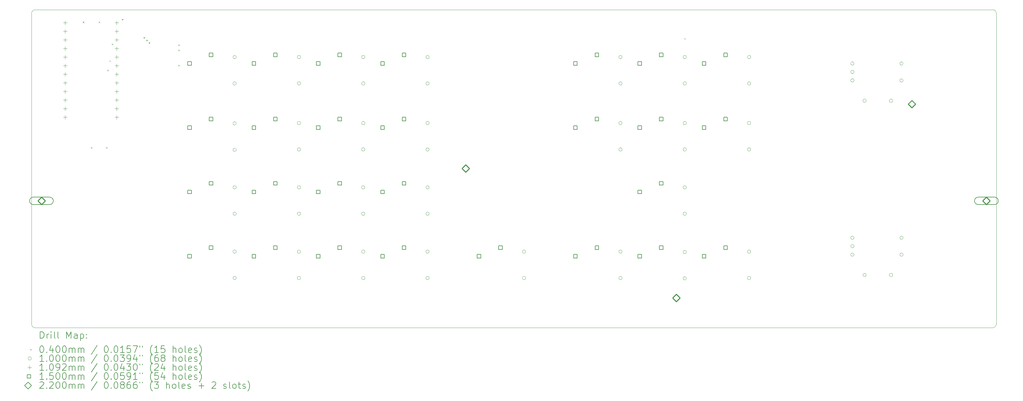
<source format=gbr>
%TF.GenerationSoftware,KiCad,Pcbnew,(6.0.7-1)-1*%
%TF.CreationDate,2022-10-11T23:10:29+02:00*%
%TF.ProjectId,yts-pcb,7974732d-7063-4622-9e6b-696361645f70,rev?*%
%TF.SameCoordinates,Original*%
%TF.FileFunction,Drillmap*%
%TF.FilePolarity,Positive*%
%FSLAX45Y45*%
G04 Gerber Fmt 4.5, Leading zero omitted, Abs format (unit mm)*
G04 Created by KiCad (PCBNEW (6.0.7-1)-1) date 2022-10-11 23:10:29*
%MOMM*%
%LPD*%
G01*
G04 APERTURE LIST*
%ADD10C,0.100000*%
%ADD11C,0.200000*%
%ADD12C,0.040000*%
%ADD13C,0.109220*%
%ADD14C,0.150000*%
%ADD15C,0.220000*%
G04 APERTURE END LIST*
D10*
X34700000Y-8930000D02*
G75*
G03*
X34600000Y-8830000I-100000J0D01*
G01*
X6305000Y-8830003D02*
G75*
G03*
X6200000Y-8934246I-750J-104247D01*
G01*
X34700000Y-8930000D02*
X34699796Y-18130204D01*
X6300000Y-18230000D02*
X34600000Y-18230000D01*
X6200000Y-18130000D02*
G75*
G03*
X6300000Y-18230000I100000J0D01*
G01*
X6305000Y-8830000D02*
X34600000Y-8830000D01*
X6200000Y-8934246D02*
X6200000Y-18130000D01*
X34600000Y-18229996D02*
G75*
G03*
X34699796Y-18130204I0J99796D01*
G01*
D11*
D12*
X7710000Y-9180000D02*
X7750000Y-9220000D01*
X7750000Y-9180000D02*
X7710000Y-9220000D01*
X7950000Y-12890000D02*
X7990000Y-12930000D01*
X7990000Y-12890000D02*
X7950000Y-12930000D01*
X8180000Y-9180000D02*
X8220000Y-9220000D01*
X8220000Y-9180000D02*
X8180000Y-9220000D01*
X8400000Y-12890000D02*
X8440000Y-12930000D01*
X8440000Y-12890000D02*
X8400000Y-12930000D01*
X8430000Y-10600000D02*
X8470000Y-10640000D01*
X8470000Y-10600000D02*
X8430000Y-10640000D01*
X8497477Y-10326152D02*
X8537477Y-10366152D01*
X8537477Y-10326152D02*
X8497477Y-10366152D01*
X8570000Y-9830000D02*
X8610000Y-9870000D01*
X8610000Y-9830000D02*
X8570000Y-9870000D01*
X8864073Y-9098890D02*
X8904073Y-9138890D01*
X8904073Y-9098890D02*
X8864073Y-9138890D01*
X9503822Y-9636178D02*
X9543822Y-9676178D01*
X9543822Y-9636178D02*
X9503822Y-9676178D01*
X9585143Y-9717500D02*
X9625143Y-9757500D01*
X9625143Y-9717500D02*
X9585143Y-9757500D01*
X9655819Y-9788176D02*
X9695819Y-9828176D01*
X9695819Y-9788176D02*
X9655819Y-9828176D01*
X10530000Y-9854950D02*
X10570000Y-9894950D01*
X10570000Y-9854950D02*
X10530000Y-9894950D01*
X10530000Y-10010000D02*
X10570000Y-10050000D01*
X10570000Y-10010000D02*
X10530000Y-10050000D01*
X10530000Y-10460000D02*
X10570000Y-10500000D01*
X10570000Y-10460000D02*
X10530000Y-10500000D01*
X25480000Y-9665050D02*
X25520000Y-9705050D01*
X25520000Y-9665050D02*
X25480000Y-9705050D01*
D10*
X12247796Y-10230000D02*
G75*
G03*
X12247796Y-10230000I-50000J0D01*
G01*
X12247796Y-11010000D02*
G75*
G03*
X12247796Y-11010000I-50000J0D01*
G01*
X12247796Y-12190000D02*
G75*
G03*
X12247796Y-12190000I-50000J0D01*
G01*
X12247796Y-12970000D02*
G75*
G03*
X12247796Y-12970000I-50000J0D01*
G01*
X12247796Y-14080000D02*
G75*
G03*
X12247796Y-14080000I-50000J0D01*
G01*
X12247796Y-14860000D02*
G75*
G03*
X12247796Y-14860000I-50000J0D01*
G01*
X12247796Y-15980000D02*
G75*
G03*
X12247796Y-15980000I-50000J0D01*
G01*
X12247796Y-16760000D02*
G75*
G03*
X12247796Y-16760000I-50000J0D01*
G01*
X14147796Y-12180000D02*
G75*
G03*
X14147796Y-12180000I-50000J0D01*
G01*
X14147796Y-12960000D02*
G75*
G03*
X14147796Y-12960000I-50000J0D01*
G01*
X14147796Y-14080000D02*
G75*
G03*
X14147796Y-14080000I-50000J0D01*
G01*
X14147796Y-14860000D02*
G75*
G03*
X14147796Y-14860000I-50000J0D01*
G01*
X14147796Y-15980000D02*
G75*
G03*
X14147796Y-15980000I-50000J0D01*
G01*
X14147796Y-16760000D02*
G75*
G03*
X14147796Y-16760000I-50000J0D01*
G01*
X14150000Y-10230000D02*
G75*
G03*
X14150000Y-10230000I-50000J0D01*
G01*
X14150000Y-11010000D02*
G75*
G03*
X14150000Y-11010000I-50000J0D01*
G01*
X16047796Y-10230000D02*
G75*
G03*
X16047796Y-10230000I-50000J0D01*
G01*
X16047796Y-11010000D02*
G75*
G03*
X16047796Y-11010000I-50000J0D01*
G01*
X16047796Y-12180000D02*
G75*
G03*
X16047796Y-12180000I-50000J0D01*
G01*
X16047796Y-12960000D02*
G75*
G03*
X16047796Y-12960000I-50000J0D01*
G01*
X16047796Y-14080000D02*
G75*
G03*
X16047796Y-14080000I-50000J0D01*
G01*
X16047796Y-14860000D02*
G75*
G03*
X16047796Y-14860000I-50000J0D01*
G01*
X16047796Y-15980000D02*
G75*
G03*
X16047796Y-15980000I-50000J0D01*
G01*
X16047796Y-16760000D02*
G75*
G03*
X16047796Y-16760000I-50000J0D01*
G01*
X17947796Y-10230000D02*
G75*
G03*
X17947796Y-10230000I-50000J0D01*
G01*
X17947796Y-11010000D02*
G75*
G03*
X17947796Y-11010000I-50000J0D01*
G01*
X17947796Y-12180000D02*
G75*
G03*
X17947796Y-12180000I-50000J0D01*
G01*
X17947796Y-12960000D02*
G75*
G03*
X17947796Y-12960000I-50000J0D01*
G01*
X17947796Y-14080000D02*
G75*
G03*
X17947796Y-14080000I-50000J0D01*
G01*
X17947796Y-14860000D02*
G75*
G03*
X17947796Y-14860000I-50000J0D01*
G01*
X17947796Y-15980000D02*
G75*
G03*
X17947796Y-15980000I-50000J0D01*
G01*
X17947796Y-16760000D02*
G75*
G03*
X17947796Y-16760000I-50000J0D01*
G01*
X20797796Y-15980000D02*
G75*
G03*
X20797796Y-15980000I-50000J0D01*
G01*
X20797796Y-16760000D02*
G75*
G03*
X20797796Y-16760000I-50000J0D01*
G01*
X23647796Y-10230000D02*
G75*
G03*
X23647796Y-10230000I-50000J0D01*
G01*
X23647796Y-11010000D02*
G75*
G03*
X23647796Y-11010000I-50000J0D01*
G01*
X23647796Y-12180000D02*
G75*
G03*
X23647796Y-12180000I-50000J0D01*
G01*
X23647796Y-12960000D02*
G75*
G03*
X23647796Y-12960000I-50000J0D01*
G01*
X23647796Y-15980000D02*
G75*
G03*
X23647796Y-15980000I-50000J0D01*
G01*
X23647796Y-16760000D02*
G75*
G03*
X23647796Y-16760000I-50000J0D01*
G01*
X25547796Y-10230000D02*
G75*
G03*
X25547796Y-10230000I-50000J0D01*
G01*
X25547796Y-11010000D02*
G75*
G03*
X25547796Y-11010000I-50000J0D01*
G01*
X25547796Y-12180000D02*
G75*
G03*
X25547796Y-12180000I-50000J0D01*
G01*
X25547796Y-12960000D02*
G75*
G03*
X25547796Y-12960000I-50000J0D01*
G01*
X25547796Y-14080000D02*
G75*
G03*
X25547796Y-14080000I-50000J0D01*
G01*
X25547796Y-14860000D02*
G75*
G03*
X25547796Y-14860000I-50000J0D01*
G01*
X25547796Y-15990000D02*
G75*
G03*
X25547796Y-15990000I-50000J0D01*
G01*
X25547796Y-16770000D02*
G75*
G03*
X25547796Y-16770000I-50000J0D01*
G01*
X27447796Y-12180000D02*
G75*
G03*
X27447796Y-12180000I-50000J0D01*
G01*
X27447796Y-12960000D02*
G75*
G03*
X27447796Y-12960000I-50000J0D01*
G01*
X27447796Y-15980000D02*
G75*
G03*
X27447796Y-15980000I-50000J0D01*
G01*
X27447796Y-16760000D02*
G75*
G03*
X27447796Y-16760000I-50000J0D01*
G01*
X27450000Y-10230000D02*
G75*
G03*
X27450000Y-10230000I-50000J0D01*
G01*
X27450000Y-11010000D02*
G75*
G03*
X27450000Y-11010000I-50000J0D01*
G01*
X30500000Y-10420000D02*
G75*
G03*
X30500000Y-10420000I-50000J0D01*
G01*
X30500000Y-10670000D02*
G75*
G03*
X30500000Y-10670000I-50000J0D01*
G01*
X30500000Y-10920000D02*
G75*
G03*
X30500000Y-10920000I-50000J0D01*
G01*
X30500000Y-15570000D02*
G75*
G03*
X30500000Y-15570000I-50000J0D01*
G01*
X30500000Y-15820000D02*
G75*
G03*
X30500000Y-15820000I-50000J0D01*
G01*
X30500000Y-16070000D02*
G75*
G03*
X30500000Y-16070000I-50000J0D01*
G01*
X30860000Y-11520000D02*
G75*
G03*
X30860000Y-11520000I-50000J0D01*
G01*
X30860000Y-16670000D02*
G75*
G03*
X30860000Y-16670000I-50000J0D01*
G01*
X31640000Y-11520000D02*
G75*
G03*
X31640000Y-11520000I-50000J0D01*
G01*
X31640000Y-16670000D02*
G75*
G03*
X31640000Y-16670000I-50000J0D01*
G01*
X31950000Y-10420000D02*
G75*
G03*
X31950000Y-10420000I-50000J0D01*
G01*
X31950000Y-10920000D02*
G75*
G03*
X31950000Y-10920000I-50000J0D01*
G01*
X31950000Y-15570000D02*
G75*
G03*
X31950000Y-15570000I-50000J0D01*
G01*
X31950000Y-16070000D02*
G75*
G03*
X31950000Y-16070000I-50000J0D01*
G01*
D13*
X7188000Y-9158390D02*
X7188000Y-9267610D01*
X7133390Y-9213000D02*
X7242610Y-9213000D01*
X7188000Y-9412390D02*
X7188000Y-9521610D01*
X7133390Y-9467000D02*
X7242610Y-9467000D01*
X7188000Y-9666390D02*
X7188000Y-9775610D01*
X7133390Y-9721000D02*
X7242610Y-9721000D01*
X7188000Y-9920390D02*
X7188000Y-10029610D01*
X7133390Y-9975000D02*
X7242610Y-9975000D01*
X7188000Y-10174390D02*
X7188000Y-10283610D01*
X7133390Y-10229000D02*
X7242610Y-10229000D01*
X7188000Y-10428390D02*
X7188000Y-10537610D01*
X7133390Y-10483000D02*
X7242610Y-10483000D01*
X7188000Y-10682390D02*
X7188000Y-10791610D01*
X7133390Y-10737000D02*
X7242610Y-10737000D01*
X7188000Y-10936390D02*
X7188000Y-11045610D01*
X7133390Y-10991000D02*
X7242610Y-10991000D01*
X7188000Y-11190390D02*
X7188000Y-11299610D01*
X7133390Y-11245000D02*
X7242610Y-11245000D01*
X7188000Y-11444390D02*
X7188000Y-11553610D01*
X7133390Y-11499000D02*
X7242610Y-11499000D01*
X7188000Y-11698390D02*
X7188000Y-11807610D01*
X7133390Y-11753000D02*
X7242610Y-11753000D01*
X7188000Y-11952390D02*
X7188000Y-12061610D01*
X7133390Y-12007000D02*
X7242610Y-12007000D01*
X8712000Y-9158390D02*
X8712000Y-9267610D01*
X8657390Y-9213000D02*
X8766610Y-9213000D01*
X8712000Y-9412390D02*
X8712000Y-9521610D01*
X8657390Y-9467000D02*
X8766610Y-9467000D01*
X8712000Y-9666390D02*
X8712000Y-9775610D01*
X8657390Y-9721000D02*
X8766610Y-9721000D01*
X8712000Y-9920390D02*
X8712000Y-10029610D01*
X8657390Y-9975000D02*
X8766610Y-9975000D01*
X8712000Y-10174390D02*
X8712000Y-10283610D01*
X8657390Y-10229000D02*
X8766610Y-10229000D01*
X8712000Y-10428390D02*
X8712000Y-10537610D01*
X8657390Y-10483000D02*
X8766610Y-10483000D01*
X8712000Y-10682390D02*
X8712000Y-10791610D01*
X8657390Y-10737000D02*
X8766610Y-10737000D01*
X8712000Y-10936390D02*
X8712000Y-11045610D01*
X8657390Y-10991000D02*
X8766610Y-10991000D01*
X8712000Y-11190390D02*
X8712000Y-11299610D01*
X8657390Y-11245000D02*
X8766610Y-11245000D01*
X8712000Y-11444390D02*
X8712000Y-11553610D01*
X8657390Y-11499000D02*
X8766610Y-11499000D01*
X8712000Y-11698390D02*
X8712000Y-11807610D01*
X8657390Y-11753000D02*
X8766610Y-11753000D01*
X8712000Y-11952390D02*
X8712000Y-12061610D01*
X8657390Y-12007000D02*
X8766610Y-12007000D01*
D14*
X10919829Y-10469034D02*
X10919829Y-10362967D01*
X10813762Y-10362967D01*
X10813762Y-10469034D01*
X10919829Y-10469034D01*
X10919829Y-12369033D02*
X10919829Y-12262966D01*
X10813762Y-12262966D01*
X10813762Y-12369033D01*
X10919829Y-12369033D01*
X10919829Y-14269033D02*
X10919829Y-14162966D01*
X10813762Y-14162966D01*
X10813762Y-14269033D01*
X10919829Y-14269033D01*
X10919829Y-16169033D02*
X10919829Y-16062966D01*
X10813762Y-16062966D01*
X10813762Y-16169033D01*
X10919829Y-16169033D01*
X11554829Y-10215034D02*
X11554829Y-10108967D01*
X11448762Y-10108967D01*
X11448762Y-10215034D01*
X11554829Y-10215034D01*
X11554829Y-12115033D02*
X11554829Y-12008966D01*
X11448762Y-12008966D01*
X11448762Y-12115033D01*
X11554829Y-12115033D01*
X11554829Y-14015033D02*
X11554829Y-13908966D01*
X11448762Y-13908966D01*
X11448762Y-14015033D01*
X11554829Y-14015033D01*
X11554829Y-15915033D02*
X11554829Y-15808966D01*
X11448762Y-15808966D01*
X11448762Y-15915033D01*
X11554829Y-15915033D01*
X12819829Y-10469034D02*
X12819829Y-10362967D01*
X12713762Y-10362967D01*
X12713762Y-10469034D01*
X12819829Y-10469034D01*
X12819829Y-12369033D02*
X12819829Y-12262966D01*
X12713762Y-12262966D01*
X12713762Y-12369033D01*
X12819829Y-12369033D01*
X12819829Y-14269033D02*
X12819829Y-14162966D01*
X12713762Y-14162966D01*
X12713762Y-14269033D01*
X12819829Y-14269033D01*
X12819829Y-16169033D02*
X12819829Y-16062966D01*
X12713762Y-16062966D01*
X12713762Y-16169033D01*
X12819829Y-16169033D01*
X13454829Y-10215034D02*
X13454829Y-10108967D01*
X13348762Y-10108967D01*
X13348762Y-10215034D01*
X13454829Y-10215034D01*
X13454829Y-12115033D02*
X13454829Y-12008966D01*
X13348762Y-12008966D01*
X13348762Y-12115033D01*
X13454829Y-12115033D01*
X13454829Y-14015033D02*
X13454829Y-13908966D01*
X13348762Y-13908966D01*
X13348762Y-14015033D01*
X13454829Y-14015033D01*
X13454829Y-15915033D02*
X13454829Y-15808966D01*
X13348762Y-15808966D01*
X13348762Y-15915033D01*
X13454829Y-15915033D01*
X14719829Y-10469034D02*
X14719829Y-10362967D01*
X14613762Y-10362967D01*
X14613762Y-10469034D01*
X14719829Y-10469034D01*
X14719829Y-12369033D02*
X14719829Y-12262966D01*
X14613762Y-12262966D01*
X14613762Y-12369033D01*
X14719829Y-12369033D01*
X14719829Y-14269033D02*
X14719829Y-14162966D01*
X14613762Y-14162966D01*
X14613762Y-14269033D01*
X14719829Y-14269033D01*
X14719829Y-16169033D02*
X14719829Y-16062966D01*
X14613762Y-16062966D01*
X14613762Y-16169033D01*
X14719829Y-16169033D01*
X15354829Y-10215034D02*
X15354829Y-10108967D01*
X15248762Y-10108967D01*
X15248762Y-10215034D01*
X15354829Y-10215034D01*
X15354829Y-12115033D02*
X15354829Y-12008966D01*
X15248762Y-12008966D01*
X15248762Y-12115033D01*
X15354829Y-12115033D01*
X15354829Y-14015033D02*
X15354829Y-13908966D01*
X15248762Y-13908966D01*
X15248762Y-14015033D01*
X15354829Y-14015033D01*
X15354829Y-15915033D02*
X15354829Y-15808966D01*
X15248762Y-15808966D01*
X15248762Y-15915033D01*
X15354829Y-15915033D01*
X16619829Y-10469034D02*
X16619829Y-10362967D01*
X16513762Y-10362967D01*
X16513762Y-10469034D01*
X16619829Y-10469034D01*
X16619829Y-12369033D02*
X16619829Y-12262966D01*
X16513762Y-12262966D01*
X16513762Y-12369033D01*
X16619829Y-12369033D01*
X16619829Y-14269033D02*
X16619829Y-14162966D01*
X16513762Y-14162966D01*
X16513762Y-14269033D01*
X16619829Y-14269033D01*
X16619829Y-16169033D02*
X16619829Y-16062966D01*
X16513762Y-16062966D01*
X16513762Y-16169033D01*
X16619829Y-16169033D01*
X17254829Y-10215034D02*
X17254829Y-10108967D01*
X17148762Y-10108967D01*
X17148762Y-10215034D01*
X17254829Y-10215034D01*
X17254829Y-12115033D02*
X17254829Y-12008966D01*
X17148762Y-12008966D01*
X17148762Y-12115033D01*
X17254829Y-12115033D01*
X17254829Y-14015033D02*
X17254829Y-13908966D01*
X17148762Y-13908966D01*
X17148762Y-14015033D01*
X17254829Y-14015033D01*
X17254829Y-15915033D02*
X17254829Y-15808966D01*
X17148762Y-15808966D01*
X17148762Y-15915033D01*
X17254829Y-15915033D01*
X19469829Y-16169033D02*
X19469829Y-16062966D01*
X19363762Y-16062966D01*
X19363762Y-16169033D01*
X19469829Y-16169033D01*
X20104829Y-15915033D02*
X20104829Y-15808966D01*
X19998762Y-15808966D01*
X19998762Y-15915033D01*
X20104829Y-15915033D01*
X22319829Y-10469034D02*
X22319829Y-10362967D01*
X22213762Y-10362967D01*
X22213762Y-10469034D01*
X22319829Y-10469034D01*
X22319829Y-12369033D02*
X22319829Y-12262966D01*
X22213762Y-12262966D01*
X22213762Y-12369033D01*
X22319829Y-12369033D01*
X22319829Y-16169033D02*
X22319829Y-16062966D01*
X22213762Y-16062966D01*
X22213762Y-16169033D01*
X22319829Y-16169033D01*
X22954829Y-10215034D02*
X22954829Y-10108967D01*
X22848762Y-10108967D01*
X22848762Y-10215034D01*
X22954829Y-10215034D01*
X22954829Y-12115033D02*
X22954829Y-12008966D01*
X22848762Y-12008966D01*
X22848762Y-12115033D01*
X22954829Y-12115033D01*
X22954829Y-15915033D02*
X22954829Y-15808966D01*
X22848762Y-15808966D01*
X22848762Y-15915033D01*
X22954829Y-15915033D01*
X24219829Y-10469034D02*
X24219829Y-10362967D01*
X24113762Y-10362967D01*
X24113762Y-10469034D01*
X24219829Y-10469034D01*
X24219829Y-12369033D02*
X24219829Y-12262966D01*
X24113762Y-12262966D01*
X24113762Y-12369033D01*
X24219829Y-12369033D01*
X24219829Y-14269033D02*
X24219829Y-14162966D01*
X24113762Y-14162966D01*
X24113762Y-14269033D01*
X24219829Y-14269033D01*
X24219829Y-16169033D02*
X24219829Y-16062966D01*
X24113762Y-16062966D01*
X24113762Y-16169033D01*
X24219829Y-16169033D01*
X24854829Y-10215034D02*
X24854829Y-10108967D01*
X24748762Y-10108967D01*
X24748762Y-10215034D01*
X24854829Y-10215034D01*
X24854829Y-12115033D02*
X24854829Y-12008966D01*
X24748762Y-12008966D01*
X24748762Y-12115033D01*
X24854829Y-12115033D01*
X24854829Y-14015033D02*
X24854829Y-13908966D01*
X24748762Y-13908966D01*
X24748762Y-14015033D01*
X24854829Y-14015033D01*
X24854829Y-15915033D02*
X24854829Y-15808966D01*
X24748762Y-15808966D01*
X24748762Y-15915033D01*
X24854829Y-15915033D01*
X26119829Y-10469034D02*
X26119829Y-10362967D01*
X26013762Y-10362967D01*
X26013762Y-10469034D01*
X26119829Y-10469034D01*
X26119829Y-12369033D02*
X26119829Y-12262966D01*
X26013762Y-12262966D01*
X26013762Y-12369033D01*
X26119829Y-12369033D01*
X26119829Y-16169033D02*
X26119829Y-16062966D01*
X26013762Y-16062966D01*
X26013762Y-16169033D01*
X26119829Y-16169033D01*
X26754829Y-10215034D02*
X26754829Y-10108967D01*
X26648762Y-10108967D01*
X26648762Y-10215034D01*
X26754829Y-10215034D01*
X26754829Y-12115033D02*
X26754829Y-12008966D01*
X26648762Y-12008966D01*
X26648762Y-12115033D01*
X26754829Y-12115033D01*
X26754829Y-15915033D02*
X26754829Y-15808966D01*
X26648762Y-15808966D01*
X26648762Y-15915033D01*
X26754829Y-15915033D01*
D15*
X6490000Y-14590000D02*
X6600000Y-14480000D01*
X6490000Y-14370000D01*
X6380000Y-14480000D01*
X6490000Y-14590000D01*
D11*
X6250000Y-14590000D02*
X6730000Y-14590000D01*
X6250000Y-14370000D02*
X6730000Y-14370000D01*
X6730000Y-14590000D02*
G75*
G03*
X6730000Y-14370000I0J110000D01*
G01*
X6250000Y-14370000D02*
G75*
G03*
X6250000Y-14590000I0J-110000D01*
G01*
D15*
X19020000Y-13630000D02*
X19130000Y-13520000D01*
X19020000Y-13410000D01*
X18910000Y-13520000D01*
X19020000Y-13630000D01*
X25250000Y-17460000D02*
X25360000Y-17350000D01*
X25250000Y-17240000D01*
X25140000Y-17350000D01*
X25250000Y-17460000D01*
X32204796Y-11730204D02*
X32314796Y-11620204D01*
X32204796Y-11510204D01*
X32094796Y-11620204D01*
X32204796Y-11730204D01*
X34410000Y-14590204D02*
X34520000Y-14480204D01*
X34410000Y-14370204D01*
X34300000Y-14480204D01*
X34410000Y-14590204D01*
D11*
X34170000Y-14590204D02*
X34650000Y-14590204D01*
X34170000Y-14370204D02*
X34650000Y-14370204D01*
X34650000Y-14590204D02*
G75*
G03*
X34650000Y-14370204I0J110000D01*
G01*
X34170000Y-14370204D02*
G75*
G03*
X34170000Y-14590204I0J-110000D01*
G01*
X6452619Y-18545476D02*
X6452619Y-18345476D01*
X6500238Y-18345476D01*
X6528809Y-18355000D01*
X6547857Y-18374048D01*
X6557381Y-18393095D01*
X6566905Y-18431190D01*
X6566905Y-18459762D01*
X6557381Y-18497857D01*
X6547857Y-18516905D01*
X6528809Y-18535952D01*
X6500238Y-18545476D01*
X6452619Y-18545476D01*
X6652619Y-18545476D02*
X6652619Y-18412143D01*
X6652619Y-18450238D02*
X6662143Y-18431190D01*
X6671667Y-18421667D01*
X6690714Y-18412143D01*
X6709762Y-18412143D01*
X6776428Y-18545476D02*
X6776428Y-18412143D01*
X6776428Y-18345476D02*
X6766905Y-18355000D01*
X6776428Y-18364524D01*
X6785952Y-18355000D01*
X6776428Y-18345476D01*
X6776428Y-18364524D01*
X6900238Y-18545476D02*
X6881190Y-18535952D01*
X6871667Y-18516905D01*
X6871667Y-18345476D01*
X7005000Y-18545476D02*
X6985952Y-18535952D01*
X6976428Y-18516905D01*
X6976428Y-18345476D01*
X7233571Y-18545476D02*
X7233571Y-18345476D01*
X7300238Y-18488333D01*
X7366905Y-18345476D01*
X7366905Y-18545476D01*
X7547857Y-18545476D02*
X7547857Y-18440714D01*
X7538333Y-18421667D01*
X7519286Y-18412143D01*
X7481190Y-18412143D01*
X7462143Y-18421667D01*
X7547857Y-18535952D02*
X7528809Y-18545476D01*
X7481190Y-18545476D01*
X7462143Y-18535952D01*
X7452619Y-18516905D01*
X7452619Y-18497857D01*
X7462143Y-18478810D01*
X7481190Y-18469286D01*
X7528809Y-18469286D01*
X7547857Y-18459762D01*
X7643095Y-18412143D02*
X7643095Y-18612143D01*
X7643095Y-18421667D02*
X7662143Y-18412143D01*
X7700238Y-18412143D01*
X7719286Y-18421667D01*
X7728809Y-18431190D01*
X7738333Y-18450238D01*
X7738333Y-18507381D01*
X7728809Y-18526429D01*
X7719286Y-18535952D01*
X7700238Y-18545476D01*
X7662143Y-18545476D01*
X7643095Y-18535952D01*
X7824048Y-18526429D02*
X7833571Y-18535952D01*
X7824048Y-18545476D01*
X7814524Y-18535952D01*
X7824048Y-18526429D01*
X7824048Y-18545476D01*
X7824048Y-18421667D02*
X7833571Y-18431190D01*
X7824048Y-18440714D01*
X7814524Y-18431190D01*
X7824048Y-18421667D01*
X7824048Y-18440714D01*
D12*
X6155000Y-18855000D02*
X6195000Y-18895000D01*
X6195000Y-18855000D02*
X6155000Y-18895000D01*
D11*
X6490714Y-18765476D02*
X6509762Y-18765476D01*
X6528809Y-18775000D01*
X6538333Y-18784524D01*
X6547857Y-18803571D01*
X6557381Y-18841667D01*
X6557381Y-18889286D01*
X6547857Y-18927381D01*
X6538333Y-18946429D01*
X6528809Y-18955952D01*
X6509762Y-18965476D01*
X6490714Y-18965476D01*
X6471667Y-18955952D01*
X6462143Y-18946429D01*
X6452619Y-18927381D01*
X6443095Y-18889286D01*
X6443095Y-18841667D01*
X6452619Y-18803571D01*
X6462143Y-18784524D01*
X6471667Y-18775000D01*
X6490714Y-18765476D01*
X6643095Y-18946429D02*
X6652619Y-18955952D01*
X6643095Y-18965476D01*
X6633571Y-18955952D01*
X6643095Y-18946429D01*
X6643095Y-18965476D01*
X6824048Y-18832143D02*
X6824048Y-18965476D01*
X6776428Y-18755952D02*
X6728809Y-18898810D01*
X6852619Y-18898810D01*
X6966905Y-18765476D02*
X6985952Y-18765476D01*
X7005000Y-18775000D01*
X7014524Y-18784524D01*
X7024048Y-18803571D01*
X7033571Y-18841667D01*
X7033571Y-18889286D01*
X7024048Y-18927381D01*
X7014524Y-18946429D01*
X7005000Y-18955952D01*
X6985952Y-18965476D01*
X6966905Y-18965476D01*
X6947857Y-18955952D01*
X6938333Y-18946429D01*
X6928809Y-18927381D01*
X6919286Y-18889286D01*
X6919286Y-18841667D01*
X6928809Y-18803571D01*
X6938333Y-18784524D01*
X6947857Y-18775000D01*
X6966905Y-18765476D01*
X7157381Y-18765476D02*
X7176428Y-18765476D01*
X7195476Y-18775000D01*
X7205000Y-18784524D01*
X7214524Y-18803571D01*
X7224048Y-18841667D01*
X7224048Y-18889286D01*
X7214524Y-18927381D01*
X7205000Y-18946429D01*
X7195476Y-18955952D01*
X7176428Y-18965476D01*
X7157381Y-18965476D01*
X7138333Y-18955952D01*
X7128809Y-18946429D01*
X7119286Y-18927381D01*
X7109762Y-18889286D01*
X7109762Y-18841667D01*
X7119286Y-18803571D01*
X7128809Y-18784524D01*
X7138333Y-18775000D01*
X7157381Y-18765476D01*
X7309762Y-18965476D02*
X7309762Y-18832143D01*
X7309762Y-18851190D02*
X7319286Y-18841667D01*
X7338333Y-18832143D01*
X7366905Y-18832143D01*
X7385952Y-18841667D01*
X7395476Y-18860714D01*
X7395476Y-18965476D01*
X7395476Y-18860714D02*
X7405000Y-18841667D01*
X7424048Y-18832143D01*
X7452619Y-18832143D01*
X7471667Y-18841667D01*
X7481190Y-18860714D01*
X7481190Y-18965476D01*
X7576428Y-18965476D02*
X7576428Y-18832143D01*
X7576428Y-18851190D02*
X7585952Y-18841667D01*
X7605000Y-18832143D01*
X7633571Y-18832143D01*
X7652619Y-18841667D01*
X7662143Y-18860714D01*
X7662143Y-18965476D01*
X7662143Y-18860714D02*
X7671667Y-18841667D01*
X7690714Y-18832143D01*
X7719286Y-18832143D01*
X7738333Y-18841667D01*
X7747857Y-18860714D01*
X7747857Y-18965476D01*
X8138333Y-18755952D02*
X7966905Y-19013095D01*
X8395476Y-18765476D02*
X8414524Y-18765476D01*
X8433571Y-18775000D01*
X8443095Y-18784524D01*
X8452619Y-18803571D01*
X8462143Y-18841667D01*
X8462143Y-18889286D01*
X8452619Y-18927381D01*
X8443095Y-18946429D01*
X8433571Y-18955952D01*
X8414524Y-18965476D01*
X8395476Y-18965476D01*
X8376428Y-18955952D01*
X8366905Y-18946429D01*
X8357381Y-18927381D01*
X8347857Y-18889286D01*
X8347857Y-18841667D01*
X8357381Y-18803571D01*
X8366905Y-18784524D01*
X8376428Y-18775000D01*
X8395476Y-18765476D01*
X8547857Y-18946429D02*
X8557381Y-18955952D01*
X8547857Y-18965476D01*
X8538333Y-18955952D01*
X8547857Y-18946429D01*
X8547857Y-18965476D01*
X8681190Y-18765476D02*
X8700238Y-18765476D01*
X8719286Y-18775000D01*
X8728810Y-18784524D01*
X8738333Y-18803571D01*
X8747857Y-18841667D01*
X8747857Y-18889286D01*
X8738333Y-18927381D01*
X8728810Y-18946429D01*
X8719286Y-18955952D01*
X8700238Y-18965476D01*
X8681190Y-18965476D01*
X8662143Y-18955952D01*
X8652619Y-18946429D01*
X8643095Y-18927381D01*
X8633571Y-18889286D01*
X8633571Y-18841667D01*
X8643095Y-18803571D01*
X8652619Y-18784524D01*
X8662143Y-18775000D01*
X8681190Y-18765476D01*
X8938333Y-18965476D02*
X8824048Y-18965476D01*
X8881190Y-18965476D02*
X8881190Y-18765476D01*
X8862143Y-18794048D01*
X8843095Y-18813095D01*
X8824048Y-18822619D01*
X9119286Y-18765476D02*
X9024048Y-18765476D01*
X9014524Y-18860714D01*
X9024048Y-18851190D01*
X9043095Y-18841667D01*
X9090714Y-18841667D01*
X9109762Y-18851190D01*
X9119286Y-18860714D01*
X9128810Y-18879762D01*
X9128810Y-18927381D01*
X9119286Y-18946429D01*
X9109762Y-18955952D01*
X9090714Y-18965476D01*
X9043095Y-18965476D01*
X9024048Y-18955952D01*
X9014524Y-18946429D01*
X9195476Y-18765476D02*
X9328810Y-18765476D01*
X9243095Y-18965476D01*
X9395476Y-18765476D02*
X9395476Y-18803571D01*
X9471667Y-18765476D02*
X9471667Y-18803571D01*
X9766905Y-19041667D02*
X9757381Y-19032143D01*
X9738333Y-19003571D01*
X9728810Y-18984524D01*
X9719286Y-18955952D01*
X9709762Y-18908333D01*
X9709762Y-18870238D01*
X9719286Y-18822619D01*
X9728810Y-18794048D01*
X9738333Y-18775000D01*
X9757381Y-18746429D01*
X9766905Y-18736905D01*
X9947857Y-18965476D02*
X9833571Y-18965476D01*
X9890714Y-18965476D02*
X9890714Y-18765476D01*
X9871667Y-18794048D01*
X9852619Y-18813095D01*
X9833571Y-18822619D01*
X10128810Y-18765476D02*
X10033571Y-18765476D01*
X10024048Y-18860714D01*
X10033571Y-18851190D01*
X10052619Y-18841667D01*
X10100238Y-18841667D01*
X10119286Y-18851190D01*
X10128810Y-18860714D01*
X10138333Y-18879762D01*
X10138333Y-18927381D01*
X10128810Y-18946429D01*
X10119286Y-18955952D01*
X10100238Y-18965476D01*
X10052619Y-18965476D01*
X10033571Y-18955952D01*
X10024048Y-18946429D01*
X10376429Y-18965476D02*
X10376429Y-18765476D01*
X10462143Y-18965476D02*
X10462143Y-18860714D01*
X10452619Y-18841667D01*
X10433571Y-18832143D01*
X10405000Y-18832143D01*
X10385952Y-18841667D01*
X10376429Y-18851190D01*
X10585952Y-18965476D02*
X10566905Y-18955952D01*
X10557381Y-18946429D01*
X10547857Y-18927381D01*
X10547857Y-18870238D01*
X10557381Y-18851190D01*
X10566905Y-18841667D01*
X10585952Y-18832143D01*
X10614524Y-18832143D01*
X10633571Y-18841667D01*
X10643095Y-18851190D01*
X10652619Y-18870238D01*
X10652619Y-18927381D01*
X10643095Y-18946429D01*
X10633571Y-18955952D01*
X10614524Y-18965476D01*
X10585952Y-18965476D01*
X10766905Y-18965476D02*
X10747857Y-18955952D01*
X10738333Y-18936905D01*
X10738333Y-18765476D01*
X10919286Y-18955952D02*
X10900238Y-18965476D01*
X10862143Y-18965476D01*
X10843095Y-18955952D01*
X10833571Y-18936905D01*
X10833571Y-18860714D01*
X10843095Y-18841667D01*
X10862143Y-18832143D01*
X10900238Y-18832143D01*
X10919286Y-18841667D01*
X10928810Y-18860714D01*
X10928810Y-18879762D01*
X10833571Y-18898810D01*
X11005000Y-18955952D02*
X11024048Y-18965476D01*
X11062143Y-18965476D01*
X11081190Y-18955952D01*
X11090714Y-18936905D01*
X11090714Y-18927381D01*
X11081190Y-18908333D01*
X11062143Y-18898810D01*
X11033571Y-18898810D01*
X11014524Y-18889286D01*
X11005000Y-18870238D01*
X11005000Y-18860714D01*
X11014524Y-18841667D01*
X11033571Y-18832143D01*
X11062143Y-18832143D01*
X11081190Y-18841667D01*
X11157381Y-19041667D02*
X11166905Y-19032143D01*
X11185952Y-19003571D01*
X11195476Y-18984524D01*
X11205000Y-18955952D01*
X11214524Y-18908333D01*
X11214524Y-18870238D01*
X11205000Y-18822619D01*
X11195476Y-18794048D01*
X11185952Y-18775000D01*
X11166905Y-18746429D01*
X11157381Y-18736905D01*
D10*
X6195000Y-19139000D02*
G75*
G03*
X6195000Y-19139000I-50000J0D01*
G01*
D11*
X6557381Y-19229476D02*
X6443095Y-19229476D01*
X6500238Y-19229476D02*
X6500238Y-19029476D01*
X6481190Y-19058048D01*
X6462143Y-19077095D01*
X6443095Y-19086619D01*
X6643095Y-19210429D02*
X6652619Y-19219952D01*
X6643095Y-19229476D01*
X6633571Y-19219952D01*
X6643095Y-19210429D01*
X6643095Y-19229476D01*
X6776428Y-19029476D02*
X6795476Y-19029476D01*
X6814524Y-19039000D01*
X6824048Y-19048524D01*
X6833571Y-19067571D01*
X6843095Y-19105667D01*
X6843095Y-19153286D01*
X6833571Y-19191381D01*
X6824048Y-19210429D01*
X6814524Y-19219952D01*
X6795476Y-19229476D01*
X6776428Y-19229476D01*
X6757381Y-19219952D01*
X6747857Y-19210429D01*
X6738333Y-19191381D01*
X6728809Y-19153286D01*
X6728809Y-19105667D01*
X6738333Y-19067571D01*
X6747857Y-19048524D01*
X6757381Y-19039000D01*
X6776428Y-19029476D01*
X6966905Y-19029476D02*
X6985952Y-19029476D01*
X7005000Y-19039000D01*
X7014524Y-19048524D01*
X7024048Y-19067571D01*
X7033571Y-19105667D01*
X7033571Y-19153286D01*
X7024048Y-19191381D01*
X7014524Y-19210429D01*
X7005000Y-19219952D01*
X6985952Y-19229476D01*
X6966905Y-19229476D01*
X6947857Y-19219952D01*
X6938333Y-19210429D01*
X6928809Y-19191381D01*
X6919286Y-19153286D01*
X6919286Y-19105667D01*
X6928809Y-19067571D01*
X6938333Y-19048524D01*
X6947857Y-19039000D01*
X6966905Y-19029476D01*
X7157381Y-19029476D02*
X7176428Y-19029476D01*
X7195476Y-19039000D01*
X7205000Y-19048524D01*
X7214524Y-19067571D01*
X7224048Y-19105667D01*
X7224048Y-19153286D01*
X7214524Y-19191381D01*
X7205000Y-19210429D01*
X7195476Y-19219952D01*
X7176428Y-19229476D01*
X7157381Y-19229476D01*
X7138333Y-19219952D01*
X7128809Y-19210429D01*
X7119286Y-19191381D01*
X7109762Y-19153286D01*
X7109762Y-19105667D01*
X7119286Y-19067571D01*
X7128809Y-19048524D01*
X7138333Y-19039000D01*
X7157381Y-19029476D01*
X7309762Y-19229476D02*
X7309762Y-19096143D01*
X7309762Y-19115190D02*
X7319286Y-19105667D01*
X7338333Y-19096143D01*
X7366905Y-19096143D01*
X7385952Y-19105667D01*
X7395476Y-19124714D01*
X7395476Y-19229476D01*
X7395476Y-19124714D02*
X7405000Y-19105667D01*
X7424048Y-19096143D01*
X7452619Y-19096143D01*
X7471667Y-19105667D01*
X7481190Y-19124714D01*
X7481190Y-19229476D01*
X7576428Y-19229476D02*
X7576428Y-19096143D01*
X7576428Y-19115190D02*
X7585952Y-19105667D01*
X7605000Y-19096143D01*
X7633571Y-19096143D01*
X7652619Y-19105667D01*
X7662143Y-19124714D01*
X7662143Y-19229476D01*
X7662143Y-19124714D02*
X7671667Y-19105667D01*
X7690714Y-19096143D01*
X7719286Y-19096143D01*
X7738333Y-19105667D01*
X7747857Y-19124714D01*
X7747857Y-19229476D01*
X8138333Y-19019952D02*
X7966905Y-19277095D01*
X8395476Y-19029476D02*
X8414524Y-19029476D01*
X8433571Y-19039000D01*
X8443095Y-19048524D01*
X8452619Y-19067571D01*
X8462143Y-19105667D01*
X8462143Y-19153286D01*
X8452619Y-19191381D01*
X8443095Y-19210429D01*
X8433571Y-19219952D01*
X8414524Y-19229476D01*
X8395476Y-19229476D01*
X8376428Y-19219952D01*
X8366905Y-19210429D01*
X8357381Y-19191381D01*
X8347857Y-19153286D01*
X8347857Y-19105667D01*
X8357381Y-19067571D01*
X8366905Y-19048524D01*
X8376428Y-19039000D01*
X8395476Y-19029476D01*
X8547857Y-19210429D02*
X8557381Y-19219952D01*
X8547857Y-19229476D01*
X8538333Y-19219952D01*
X8547857Y-19210429D01*
X8547857Y-19229476D01*
X8681190Y-19029476D02*
X8700238Y-19029476D01*
X8719286Y-19039000D01*
X8728810Y-19048524D01*
X8738333Y-19067571D01*
X8747857Y-19105667D01*
X8747857Y-19153286D01*
X8738333Y-19191381D01*
X8728810Y-19210429D01*
X8719286Y-19219952D01*
X8700238Y-19229476D01*
X8681190Y-19229476D01*
X8662143Y-19219952D01*
X8652619Y-19210429D01*
X8643095Y-19191381D01*
X8633571Y-19153286D01*
X8633571Y-19105667D01*
X8643095Y-19067571D01*
X8652619Y-19048524D01*
X8662143Y-19039000D01*
X8681190Y-19029476D01*
X8814524Y-19029476D02*
X8938333Y-19029476D01*
X8871667Y-19105667D01*
X8900238Y-19105667D01*
X8919286Y-19115190D01*
X8928810Y-19124714D01*
X8938333Y-19143762D01*
X8938333Y-19191381D01*
X8928810Y-19210429D01*
X8919286Y-19219952D01*
X8900238Y-19229476D01*
X8843095Y-19229476D01*
X8824048Y-19219952D01*
X8814524Y-19210429D01*
X9033571Y-19229476D02*
X9071667Y-19229476D01*
X9090714Y-19219952D01*
X9100238Y-19210429D01*
X9119286Y-19181857D01*
X9128810Y-19143762D01*
X9128810Y-19067571D01*
X9119286Y-19048524D01*
X9109762Y-19039000D01*
X9090714Y-19029476D01*
X9052619Y-19029476D01*
X9033571Y-19039000D01*
X9024048Y-19048524D01*
X9014524Y-19067571D01*
X9014524Y-19115190D01*
X9024048Y-19134238D01*
X9033571Y-19143762D01*
X9052619Y-19153286D01*
X9090714Y-19153286D01*
X9109762Y-19143762D01*
X9119286Y-19134238D01*
X9128810Y-19115190D01*
X9300238Y-19096143D02*
X9300238Y-19229476D01*
X9252619Y-19019952D02*
X9205000Y-19162810D01*
X9328810Y-19162810D01*
X9395476Y-19029476D02*
X9395476Y-19067571D01*
X9471667Y-19029476D02*
X9471667Y-19067571D01*
X9766905Y-19305667D02*
X9757381Y-19296143D01*
X9738333Y-19267571D01*
X9728810Y-19248524D01*
X9719286Y-19219952D01*
X9709762Y-19172333D01*
X9709762Y-19134238D01*
X9719286Y-19086619D01*
X9728810Y-19058048D01*
X9738333Y-19039000D01*
X9757381Y-19010429D01*
X9766905Y-19000905D01*
X9928810Y-19029476D02*
X9890714Y-19029476D01*
X9871667Y-19039000D01*
X9862143Y-19048524D01*
X9843095Y-19077095D01*
X9833571Y-19115190D01*
X9833571Y-19191381D01*
X9843095Y-19210429D01*
X9852619Y-19219952D01*
X9871667Y-19229476D01*
X9909762Y-19229476D01*
X9928810Y-19219952D01*
X9938333Y-19210429D01*
X9947857Y-19191381D01*
X9947857Y-19143762D01*
X9938333Y-19124714D01*
X9928810Y-19115190D01*
X9909762Y-19105667D01*
X9871667Y-19105667D01*
X9852619Y-19115190D01*
X9843095Y-19124714D01*
X9833571Y-19143762D01*
X10062143Y-19115190D02*
X10043095Y-19105667D01*
X10033571Y-19096143D01*
X10024048Y-19077095D01*
X10024048Y-19067571D01*
X10033571Y-19048524D01*
X10043095Y-19039000D01*
X10062143Y-19029476D01*
X10100238Y-19029476D01*
X10119286Y-19039000D01*
X10128810Y-19048524D01*
X10138333Y-19067571D01*
X10138333Y-19077095D01*
X10128810Y-19096143D01*
X10119286Y-19105667D01*
X10100238Y-19115190D01*
X10062143Y-19115190D01*
X10043095Y-19124714D01*
X10033571Y-19134238D01*
X10024048Y-19153286D01*
X10024048Y-19191381D01*
X10033571Y-19210429D01*
X10043095Y-19219952D01*
X10062143Y-19229476D01*
X10100238Y-19229476D01*
X10119286Y-19219952D01*
X10128810Y-19210429D01*
X10138333Y-19191381D01*
X10138333Y-19153286D01*
X10128810Y-19134238D01*
X10119286Y-19124714D01*
X10100238Y-19115190D01*
X10376429Y-19229476D02*
X10376429Y-19029476D01*
X10462143Y-19229476D02*
X10462143Y-19124714D01*
X10452619Y-19105667D01*
X10433571Y-19096143D01*
X10405000Y-19096143D01*
X10385952Y-19105667D01*
X10376429Y-19115190D01*
X10585952Y-19229476D02*
X10566905Y-19219952D01*
X10557381Y-19210429D01*
X10547857Y-19191381D01*
X10547857Y-19134238D01*
X10557381Y-19115190D01*
X10566905Y-19105667D01*
X10585952Y-19096143D01*
X10614524Y-19096143D01*
X10633571Y-19105667D01*
X10643095Y-19115190D01*
X10652619Y-19134238D01*
X10652619Y-19191381D01*
X10643095Y-19210429D01*
X10633571Y-19219952D01*
X10614524Y-19229476D01*
X10585952Y-19229476D01*
X10766905Y-19229476D02*
X10747857Y-19219952D01*
X10738333Y-19200905D01*
X10738333Y-19029476D01*
X10919286Y-19219952D02*
X10900238Y-19229476D01*
X10862143Y-19229476D01*
X10843095Y-19219952D01*
X10833571Y-19200905D01*
X10833571Y-19124714D01*
X10843095Y-19105667D01*
X10862143Y-19096143D01*
X10900238Y-19096143D01*
X10919286Y-19105667D01*
X10928810Y-19124714D01*
X10928810Y-19143762D01*
X10833571Y-19162810D01*
X11005000Y-19219952D02*
X11024048Y-19229476D01*
X11062143Y-19229476D01*
X11081190Y-19219952D01*
X11090714Y-19200905D01*
X11090714Y-19191381D01*
X11081190Y-19172333D01*
X11062143Y-19162810D01*
X11033571Y-19162810D01*
X11014524Y-19153286D01*
X11005000Y-19134238D01*
X11005000Y-19124714D01*
X11014524Y-19105667D01*
X11033571Y-19096143D01*
X11062143Y-19096143D01*
X11081190Y-19105667D01*
X11157381Y-19305667D02*
X11166905Y-19296143D01*
X11185952Y-19267571D01*
X11195476Y-19248524D01*
X11205000Y-19219952D01*
X11214524Y-19172333D01*
X11214524Y-19134238D01*
X11205000Y-19086619D01*
X11195476Y-19058048D01*
X11185952Y-19039000D01*
X11166905Y-19010429D01*
X11157381Y-19000905D01*
D13*
X6140390Y-19348390D02*
X6140390Y-19457610D01*
X6085780Y-19403000D02*
X6195000Y-19403000D01*
D11*
X6557381Y-19493476D02*
X6443095Y-19493476D01*
X6500238Y-19493476D02*
X6500238Y-19293476D01*
X6481190Y-19322048D01*
X6462143Y-19341095D01*
X6443095Y-19350619D01*
X6643095Y-19474429D02*
X6652619Y-19483952D01*
X6643095Y-19493476D01*
X6633571Y-19483952D01*
X6643095Y-19474429D01*
X6643095Y-19493476D01*
X6776428Y-19293476D02*
X6795476Y-19293476D01*
X6814524Y-19303000D01*
X6824048Y-19312524D01*
X6833571Y-19331571D01*
X6843095Y-19369667D01*
X6843095Y-19417286D01*
X6833571Y-19455381D01*
X6824048Y-19474429D01*
X6814524Y-19483952D01*
X6795476Y-19493476D01*
X6776428Y-19493476D01*
X6757381Y-19483952D01*
X6747857Y-19474429D01*
X6738333Y-19455381D01*
X6728809Y-19417286D01*
X6728809Y-19369667D01*
X6738333Y-19331571D01*
X6747857Y-19312524D01*
X6757381Y-19303000D01*
X6776428Y-19293476D01*
X6938333Y-19493476D02*
X6976428Y-19493476D01*
X6995476Y-19483952D01*
X7005000Y-19474429D01*
X7024048Y-19445857D01*
X7033571Y-19407762D01*
X7033571Y-19331571D01*
X7024048Y-19312524D01*
X7014524Y-19303000D01*
X6995476Y-19293476D01*
X6957381Y-19293476D01*
X6938333Y-19303000D01*
X6928809Y-19312524D01*
X6919286Y-19331571D01*
X6919286Y-19379190D01*
X6928809Y-19398238D01*
X6938333Y-19407762D01*
X6957381Y-19417286D01*
X6995476Y-19417286D01*
X7014524Y-19407762D01*
X7024048Y-19398238D01*
X7033571Y-19379190D01*
X7109762Y-19312524D02*
X7119286Y-19303000D01*
X7138333Y-19293476D01*
X7185952Y-19293476D01*
X7205000Y-19303000D01*
X7214524Y-19312524D01*
X7224048Y-19331571D01*
X7224048Y-19350619D01*
X7214524Y-19379190D01*
X7100238Y-19493476D01*
X7224048Y-19493476D01*
X7309762Y-19493476D02*
X7309762Y-19360143D01*
X7309762Y-19379190D02*
X7319286Y-19369667D01*
X7338333Y-19360143D01*
X7366905Y-19360143D01*
X7385952Y-19369667D01*
X7395476Y-19388714D01*
X7395476Y-19493476D01*
X7395476Y-19388714D02*
X7405000Y-19369667D01*
X7424048Y-19360143D01*
X7452619Y-19360143D01*
X7471667Y-19369667D01*
X7481190Y-19388714D01*
X7481190Y-19493476D01*
X7576428Y-19493476D02*
X7576428Y-19360143D01*
X7576428Y-19379190D02*
X7585952Y-19369667D01*
X7605000Y-19360143D01*
X7633571Y-19360143D01*
X7652619Y-19369667D01*
X7662143Y-19388714D01*
X7662143Y-19493476D01*
X7662143Y-19388714D02*
X7671667Y-19369667D01*
X7690714Y-19360143D01*
X7719286Y-19360143D01*
X7738333Y-19369667D01*
X7747857Y-19388714D01*
X7747857Y-19493476D01*
X8138333Y-19283952D02*
X7966905Y-19541095D01*
X8395476Y-19293476D02*
X8414524Y-19293476D01*
X8433571Y-19303000D01*
X8443095Y-19312524D01*
X8452619Y-19331571D01*
X8462143Y-19369667D01*
X8462143Y-19417286D01*
X8452619Y-19455381D01*
X8443095Y-19474429D01*
X8433571Y-19483952D01*
X8414524Y-19493476D01*
X8395476Y-19493476D01*
X8376428Y-19483952D01*
X8366905Y-19474429D01*
X8357381Y-19455381D01*
X8347857Y-19417286D01*
X8347857Y-19369667D01*
X8357381Y-19331571D01*
X8366905Y-19312524D01*
X8376428Y-19303000D01*
X8395476Y-19293476D01*
X8547857Y-19474429D02*
X8557381Y-19483952D01*
X8547857Y-19493476D01*
X8538333Y-19483952D01*
X8547857Y-19474429D01*
X8547857Y-19493476D01*
X8681190Y-19293476D02*
X8700238Y-19293476D01*
X8719286Y-19303000D01*
X8728810Y-19312524D01*
X8738333Y-19331571D01*
X8747857Y-19369667D01*
X8747857Y-19417286D01*
X8738333Y-19455381D01*
X8728810Y-19474429D01*
X8719286Y-19483952D01*
X8700238Y-19493476D01*
X8681190Y-19493476D01*
X8662143Y-19483952D01*
X8652619Y-19474429D01*
X8643095Y-19455381D01*
X8633571Y-19417286D01*
X8633571Y-19369667D01*
X8643095Y-19331571D01*
X8652619Y-19312524D01*
X8662143Y-19303000D01*
X8681190Y-19293476D01*
X8919286Y-19360143D02*
X8919286Y-19493476D01*
X8871667Y-19283952D02*
X8824048Y-19426810D01*
X8947857Y-19426810D01*
X9005000Y-19293476D02*
X9128810Y-19293476D01*
X9062143Y-19369667D01*
X9090714Y-19369667D01*
X9109762Y-19379190D01*
X9119286Y-19388714D01*
X9128810Y-19407762D01*
X9128810Y-19455381D01*
X9119286Y-19474429D01*
X9109762Y-19483952D01*
X9090714Y-19493476D01*
X9033571Y-19493476D01*
X9014524Y-19483952D01*
X9005000Y-19474429D01*
X9252619Y-19293476D02*
X9271667Y-19293476D01*
X9290714Y-19303000D01*
X9300238Y-19312524D01*
X9309762Y-19331571D01*
X9319286Y-19369667D01*
X9319286Y-19417286D01*
X9309762Y-19455381D01*
X9300238Y-19474429D01*
X9290714Y-19483952D01*
X9271667Y-19493476D01*
X9252619Y-19493476D01*
X9233571Y-19483952D01*
X9224048Y-19474429D01*
X9214524Y-19455381D01*
X9205000Y-19417286D01*
X9205000Y-19369667D01*
X9214524Y-19331571D01*
X9224048Y-19312524D01*
X9233571Y-19303000D01*
X9252619Y-19293476D01*
X9395476Y-19293476D02*
X9395476Y-19331571D01*
X9471667Y-19293476D02*
X9471667Y-19331571D01*
X9766905Y-19569667D02*
X9757381Y-19560143D01*
X9738333Y-19531571D01*
X9728810Y-19512524D01*
X9719286Y-19483952D01*
X9709762Y-19436333D01*
X9709762Y-19398238D01*
X9719286Y-19350619D01*
X9728810Y-19322048D01*
X9738333Y-19303000D01*
X9757381Y-19274429D01*
X9766905Y-19264905D01*
X9833571Y-19312524D02*
X9843095Y-19303000D01*
X9862143Y-19293476D01*
X9909762Y-19293476D01*
X9928810Y-19303000D01*
X9938333Y-19312524D01*
X9947857Y-19331571D01*
X9947857Y-19350619D01*
X9938333Y-19379190D01*
X9824048Y-19493476D01*
X9947857Y-19493476D01*
X10119286Y-19360143D02*
X10119286Y-19493476D01*
X10071667Y-19283952D02*
X10024048Y-19426810D01*
X10147857Y-19426810D01*
X10376429Y-19493476D02*
X10376429Y-19293476D01*
X10462143Y-19493476D02*
X10462143Y-19388714D01*
X10452619Y-19369667D01*
X10433571Y-19360143D01*
X10405000Y-19360143D01*
X10385952Y-19369667D01*
X10376429Y-19379190D01*
X10585952Y-19493476D02*
X10566905Y-19483952D01*
X10557381Y-19474429D01*
X10547857Y-19455381D01*
X10547857Y-19398238D01*
X10557381Y-19379190D01*
X10566905Y-19369667D01*
X10585952Y-19360143D01*
X10614524Y-19360143D01*
X10633571Y-19369667D01*
X10643095Y-19379190D01*
X10652619Y-19398238D01*
X10652619Y-19455381D01*
X10643095Y-19474429D01*
X10633571Y-19483952D01*
X10614524Y-19493476D01*
X10585952Y-19493476D01*
X10766905Y-19493476D02*
X10747857Y-19483952D01*
X10738333Y-19464905D01*
X10738333Y-19293476D01*
X10919286Y-19483952D02*
X10900238Y-19493476D01*
X10862143Y-19493476D01*
X10843095Y-19483952D01*
X10833571Y-19464905D01*
X10833571Y-19388714D01*
X10843095Y-19369667D01*
X10862143Y-19360143D01*
X10900238Y-19360143D01*
X10919286Y-19369667D01*
X10928810Y-19388714D01*
X10928810Y-19407762D01*
X10833571Y-19426810D01*
X11005000Y-19483952D02*
X11024048Y-19493476D01*
X11062143Y-19493476D01*
X11081190Y-19483952D01*
X11090714Y-19464905D01*
X11090714Y-19455381D01*
X11081190Y-19436333D01*
X11062143Y-19426810D01*
X11033571Y-19426810D01*
X11014524Y-19417286D01*
X11005000Y-19398238D01*
X11005000Y-19388714D01*
X11014524Y-19369667D01*
X11033571Y-19360143D01*
X11062143Y-19360143D01*
X11081190Y-19369667D01*
X11157381Y-19569667D02*
X11166905Y-19560143D01*
X11185952Y-19531571D01*
X11195476Y-19512524D01*
X11205000Y-19483952D01*
X11214524Y-19436333D01*
X11214524Y-19398238D01*
X11205000Y-19350619D01*
X11195476Y-19322048D01*
X11185952Y-19303000D01*
X11166905Y-19274429D01*
X11157381Y-19264905D01*
D14*
X6173033Y-19720034D02*
X6173033Y-19613967D01*
X6066966Y-19613967D01*
X6066966Y-19720034D01*
X6173033Y-19720034D01*
D11*
X6557381Y-19757476D02*
X6443095Y-19757476D01*
X6500238Y-19757476D02*
X6500238Y-19557476D01*
X6481190Y-19586048D01*
X6462143Y-19605095D01*
X6443095Y-19614619D01*
X6643095Y-19738429D02*
X6652619Y-19747952D01*
X6643095Y-19757476D01*
X6633571Y-19747952D01*
X6643095Y-19738429D01*
X6643095Y-19757476D01*
X6833571Y-19557476D02*
X6738333Y-19557476D01*
X6728809Y-19652714D01*
X6738333Y-19643190D01*
X6757381Y-19633667D01*
X6805000Y-19633667D01*
X6824048Y-19643190D01*
X6833571Y-19652714D01*
X6843095Y-19671762D01*
X6843095Y-19719381D01*
X6833571Y-19738429D01*
X6824048Y-19747952D01*
X6805000Y-19757476D01*
X6757381Y-19757476D01*
X6738333Y-19747952D01*
X6728809Y-19738429D01*
X6966905Y-19557476D02*
X6985952Y-19557476D01*
X7005000Y-19567000D01*
X7014524Y-19576524D01*
X7024048Y-19595571D01*
X7033571Y-19633667D01*
X7033571Y-19681286D01*
X7024048Y-19719381D01*
X7014524Y-19738429D01*
X7005000Y-19747952D01*
X6985952Y-19757476D01*
X6966905Y-19757476D01*
X6947857Y-19747952D01*
X6938333Y-19738429D01*
X6928809Y-19719381D01*
X6919286Y-19681286D01*
X6919286Y-19633667D01*
X6928809Y-19595571D01*
X6938333Y-19576524D01*
X6947857Y-19567000D01*
X6966905Y-19557476D01*
X7157381Y-19557476D02*
X7176428Y-19557476D01*
X7195476Y-19567000D01*
X7205000Y-19576524D01*
X7214524Y-19595571D01*
X7224048Y-19633667D01*
X7224048Y-19681286D01*
X7214524Y-19719381D01*
X7205000Y-19738429D01*
X7195476Y-19747952D01*
X7176428Y-19757476D01*
X7157381Y-19757476D01*
X7138333Y-19747952D01*
X7128809Y-19738429D01*
X7119286Y-19719381D01*
X7109762Y-19681286D01*
X7109762Y-19633667D01*
X7119286Y-19595571D01*
X7128809Y-19576524D01*
X7138333Y-19567000D01*
X7157381Y-19557476D01*
X7309762Y-19757476D02*
X7309762Y-19624143D01*
X7309762Y-19643190D02*
X7319286Y-19633667D01*
X7338333Y-19624143D01*
X7366905Y-19624143D01*
X7385952Y-19633667D01*
X7395476Y-19652714D01*
X7395476Y-19757476D01*
X7395476Y-19652714D02*
X7405000Y-19633667D01*
X7424048Y-19624143D01*
X7452619Y-19624143D01*
X7471667Y-19633667D01*
X7481190Y-19652714D01*
X7481190Y-19757476D01*
X7576428Y-19757476D02*
X7576428Y-19624143D01*
X7576428Y-19643190D02*
X7585952Y-19633667D01*
X7605000Y-19624143D01*
X7633571Y-19624143D01*
X7652619Y-19633667D01*
X7662143Y-19652714D01*
X7662143Y-19757476D01*
X7662143Y-19652714D02*
X7671667Y-19633667D01*
X7690714Y-19624143D01*
X7719286Y-19624143D01*
X7738333Y-19633667D01*
X7747857Y-19652714D01*
X7747857Y-19757476D01*
X8138333Y-19547952D02*
X7966905Y-19805095D01*
X8395476Y-19557476D02*
X8414524Y-19557476D01*
X8433571Y-19567000D01*
X8443095Y-19576524D01*
X8452619Y-19595571D01*
X8462143Y-19633667D01*
X8462143Y-19681286D01*
X8452619Y-19719381D01*
X8443095Y-19738429D01*
X8433571Y-19747952D01*
X8414524Y-19757476D01*
X8395476Y-19757476D01*
X8376428Y-19747952D01*
X8366905Y-19738429D01*
X8357381Y-19719381D01*
X8347857Y-19681286D01*
X8347857Y-19633667D01*
X8357381Y-19595571D01*
X8366905Y-19576524D01*
X8376428Y-19567000D01*
X8395476Y-19557476D01*
X8547857Y-19738429D02*
X8557381Y-19747952D01*
X8547857Y-19757476D01*
X8538333Y-19747952D01*
X8547857Y-19738429D01*
X8547857Y-19757476D01*
X8681190Y-19557476D02*
X8700238Y-19557476D01*
X8719286Y-19567000D01*
X8728810Y-19576524D01*
X8738333Y-19595571D01*
X8747857Y-19633667D01*
X8747857Y-19681286D01*
X8738333Y-19719381D01*
X8728810Y-19738429D01*
X8719286Y-19747952D01*
X8700238Y-19757476D01*
X8681190Y-19757476D01*
X8662143Y-19747952D01*
X8652619Y-19738429D01*
X8643095Y-19719381D01*
X8633571Y-19681286D01*
X8633571Y-19633667D01*
X8643095Y-19595571D01*
X8652619Y-19576524D01*
X8662143Y-19567000D01*
X8681190Y-19557476D01*
X8928810Y-19557476D02*
X8833571Y-19557476D01*
X8824048Y-19652714D01*
X8833571Y-19643190D01*
X8852619Y-19633667D01*
X8900238Y-19633667D01*
X8919286Y-19643190D01*
X8928810Y-19652714D01*
X8938333Y-19671762D01*
X8938333Y-19719381D01*
X8928810Y-19738429D01*
X8919286Y-19747952D01*
X8900238Y-19757476D01*
X8852619Y-19757476D01*
X8833571Y-19747952D01*
X8824048Y-19738429D01*
X9033571Y-19757476D02*
X9071667Y-19757476D01*
X9090714Y-19747952D01*
X9100238Y-19738429D01*
X9119286Y-19709857D01*
X9128810Y-19671762D01*
X9128810Y-19595571D01*
X9119286Y-19576524D01*
X9109762Y-19567000D01*
X9090714Y-19557476D01*
X9052619Y-19557476D01*
X9033571Y-19567000D01*
X9024048Y-19576524D01*
X9014524Y-19595571D01*
X9014524Y-19643190D01*
X9024048Y-19662238D01*
X9033571Y-19671762D01*
X9052619Y-19681286D01*
X9090714Y-19681286D01*
X9109762Y-19671762D01*
X9119286Y-19662238D01*
X9128810Y-19643190D01*
X9319286Y-19757476D02*
X9205000Y-19757476D01*
X9262143Y-19757476D02*
X9262143Y-19557476D01*
X9243095Y-19586048D01*
X9224048Y-19605095D01*
X9205000Y-19614619D01*
X9395476Y-19557476D02*
X9395476Y-19595571D01*
X9471667Y-19557476D02*
X9471667Y-19595571D01*
X9766905Y-19833667D02*
X9757381Y-19824143D01*
X9738333Y-19795571D01*
X9728810Y-19776524D01*
X9719286Y-19747952D01*
X9709762Y-19700333D01*
X9709762Y-19662238D01*
X9719286Y-19614619D01*
X9728810Y-19586048D01*
X9738333Y-19567000D01*
X9757381Y-19538429D01*
X9766905Y-19528905D01*
X9938333Y-19557476D02*
X9843095Y-19557476D01*
X9833571Y-19652714D01*
X9843095Y-19643190D01*
X9862143Y-19633667D01*
X9909762Y-19633667D01*
X9928810Y-19643190D01*
X9938333Y-19652714D01*
X9947857Y-19671762D01*
X9947857Y-19719381D01*
X9938333Y-19738429D01*
X9928810Y-19747952D01*
X9909762Y-19757476D01*
X9862143Y-19757476D01*
X9843095Y-19747952D01*
X9833571Y-19738429D01*
X10119286Y-19624143D02*
X10119286Y-19757476D01*
X10071667Y-19547952D02*
X10024048Y-19690810D01*
X10147857Y-19690810D01*
X10376429Y-19757476D02*
X10376429Y-19557476D01*
X10462143Y-19757476D02*
X10462143Y-19652714D01*
X10452619Y-19633667D01*
X10433571Y-19624143D01*
X10405000Y-19624143D01*
X10385952Y-19633667D01*
X10376429Y-19643190D01*
X10585952Y-19757476D02*
X10566905Y-19747952D01*
X10557381Y-19738429D01*
X10547857Y-19719381D01*
X10547857Y-19662238D01*
X10557381Y-19643190D01*
X10566905Y-19633667D01*
X10585952Y-19624143D01*
X10614524Y-19624143D01*
X10633571Y-19633667D01*
X10643095Y-19643190D01*
X10652619Y-19662238D01*
X10652619Y-19719381D01*
X10643095Y-19738429D01*
X10633571Y-19747952D01*
X10614524Y-19757476D01*
X10585952Y-19757476D01*
X10766905Y-19757476D02*
X10747857Y-19747952D01*
X10738333Y-19728905D01*
X10738333Y-19557476D01*
X10919286Y-19747952D02*
X10900238Y-19757476D01*
X10862143Y-19757476D01*
X10843095Y-19747952D01*
X10833571Y-19728905D01*
X10833571Y-19652714D01*
X10843095Y-19633667D01*
X10862143Y-19624143D01*
X10900238Y-19624143D01*
X10919286Y-19633667D01*
X10928810Y-19652714D01*
X10928810Y-19671762D01*
X10833571Y-19690810D01*
X11005000Y-19747952D02*
X11024048Y-19757476D01*
X11062143Y-19757476D01*
X11081190Y-19747952D01*
X11090714Y-19728905D01*
X11090714Y-19719381D01*
X11081190Y-19700333D01*
X11062143Y-19690810D01*
X11033571Y-19690810D01*
X11014524Y-19681286D01*
X11005000Y-19662238D01*
X11005000Y-19652714D01*
X11014524Y-19633667D01*
X11033571Y-19624143D01*
X11062143Y-19624143D01*
X11081190Y-19633667D01*
X11157381Y-19833667D02*
X11166905Y-19824143D01*
X11185952Y-19795571D01*
X11195476Y-19776524D01*
X11205000Y-19747952D01*
X11214524Y-19700333D01*
X11214524Y-19662238D01*
X11205000Y-19614619D01*
X11195476Y-19586048D01*
X11185952Y-19567000D01*
X11166905Y-19538429D01*
X11157381Y-19528905D01*
X6095000Y-20037000D02*
X6195000Y-19937000D01*
X6095000Y-19837000D01*
X5995000Y-19937000D01*
X6095000Y-20037000D01*
X6443095Y-19846524D02*
X6452619Y-19837000D01*
X6471667Y-19827476D01*
X6519286Y-19827476D01*
X6538333Y-19837000D01*
X6547857Y-19846524D01*
X6557381Y-19865571D01*
X6557381Y-19884619D01*
X6547857Y-19913190D01*
X6433571Y-20027476D01*
X6557381Y-20027476D01*
X6643095Y-20008429D02*
X6652619Y-20017952D01*
X6643095Y-20027476D01*
X6633571Y-20017952D01*
X6643095Y-20008429D01*
X6643095Y-20027476D01*
X6728809Y-19846524D02*
X6738333Y-19837000D01*
X6757381Y-19827476D01*
X6805000Y-19827476D01*
X6824048Y-19837000D01*
X6833571Y-19846524D01*
X6843095Y-19865571D01*
X6843095Y-19884619D01*
X6833571Y-19913190D01*
X6719286Y-20027476D01*
X6843095Y-20027476D01*
X6966905Y-19827476D02*
X6985952Y-19827476D01*
X7005000Y-19837000D01*
X7014524Y-19846524D01*
X7024048Y-19865571D01*
X7033571Y-19903667D01*
X7033571Y-19951286D01*
X7024048Y-19989381D01*
X7014524Y-20008429D01*
X7005000Y-20017952D01*
X6985952Y-20027476D01*
X6966905Y-20027476D01*
X6947857Y-20017952D01*
X6938333Y-20008429D01*
X6928809Y-19989381D01*
X6919286Y-19951286D01*
X6919286Y-19903667D01*
X6928809Y-19865571D01*
X6938333Y-19846524D01*
X6947857Y-19837000D01*
X6966905Y-19827476D01*
X7157381Y-19827476D02*
X7176428Y-19827476D01*
X7195476Y-19837000D01*
X7205000Y-19846524D01*
X7214524Y-19865571D01*
X7224048Y-19903667D01*
X7224048Y-19951286D01*
X7214524Y-19989381D01*
X7205000Y-20008429D01*
X7195476Y-20017952D01*
X7176428Y-20027476D01*
X7157381Y-20027476D01*
X7138333Y-20017952D01*
X7128809Y-20008429D01*
X7119286Y-19989381D01*
X7109762Y-19951286D01*
X7109762Y-19903667D01*
X7119286Y-19865571D01*
X7128809Y-19846524D01*
X7138333Y-19837000D01*
X7157381Y-19827476D01*
X7309762Y-20027476D02*
X7309762Y-19894143D01*
X7309762Y-19913190D02*
X7319286Y-19903667D01*
X7338333Y-19894143D01*
X7366905Y-19894143D01*
X7385952Y-19903667D01*
X7395476Y-19922714D01*
X7395476Y-20027476D01*
X7395476Y-19922714D02*
X7405000Y-19903667D01*
X7424048Y-19894143D01*
X7452619Y-19894143D01*
X7471667Y-19903667D01*
X7481190Y-19922714D01*
X7481190Y-20027476D01*
X7576428Y-20027476D02*
X7576428Y-19894143D01*
X7576428Y-19913190D02*
X7585952Y-19903667D01*
X7605000Y-19894143D01*
X7633571Y-19894143D01*
X7652619Y-19903667D01*
X7662143Y-19922714D01*
X7662143Y-20027476D01*
X7662143Y-19922714D02*
X7671667Y-19903667D01*
X7690714Y-19894143D01*
X7719286Y-19894143D01*
X7738333Y-19903667D01*
X7747857Y-19922714D01*
X7747857Y-20027476D01*
X8138333Y-19817952D02*
X7966905Y-20075095D01*
X8395476Y-19827476D02*
X8414524Y-19827476D01*
X8433571Y-19837000D01*
X8443095Y-19846524D01*
X8452619Y-19865571D01*
X8462143Y-19903667D01*
X8462143Y-19951286D01*
X8452619Y-19989381D01*
X8443095Y-20008429D01*
X8433571Y-20017952D01*
X8414524Y-20027476D01*
X8395476Y-20027476D01*
X8376428Y-20017952D01*
X8366905Y-20008429D01*
X8357381Y-19989381D01*
X8347857Y-19951286D01*
X8347857Y-19903667D01*
X8357381Y-19865571D01*
X8366905Y-19846524D01*
X8376428Y-19837000D01*
X8395476Y-19827476D01*
X8547857Y-20008429D02*
X8557381Y-20017952D01*
X8547857Y-20027476D01*
X8538333Y-20017952D01*
X8547857Y-20008429D01*
X8547857Y-20027476D01*
X8681190Y-19827476D02*
X8700238Y-19827476D01*
X8719286Y-19837000D01*
X8728810Y-19846524D01*
X8738333Y-19865571D01*
X8747857Y-19903667D01*
X8747857Y-19951286D01*
X8738333Y-19989381D01*
X8728810Y-20008429D01*
X8719286Y-20017952D01*
X8700238Y-20027476D01*
X8681190Y-20027476D01*
X8662143Y-20017952D01*
X8652619Y-20008429D01*
X8643095Y-19989381D01*
X8633571Y-19951286D01*
X8633571Y-19903667D01*
X8643095Y-19865571D01*
X8652619Y-19846524D01*
X8662143Y-19837000D01*
X8681190Y-19827476D01*
X8862143Y-19913190D02*
X8843095Y-19903667D01*
X8833571Y-19894143D01*
X8824048Y-19875095D01*
X8824048Y-19865571D01*
X8833571Y-19846524D01*
X8843095Y-19837000D01*
X8862143Y-19827476D01*
X8900238Y-19827476D01*
X8919286Y-19837000D01*
X8928810Y-19846524D01*
X8938333Y-19865571D01*
X8938333Y-19875095D01*
X8928810Y-19894143D01*
X8919286Y-19903667D01*
X8900238Y-19913190D01*
X8862143Y-19913190D01*
X8843095Y-19922714D01*
X8833571Y-19932238D01*
X8824048Y-19951286D01*
X8824048Y-19989381D01*
X8833571Y-20008429D01*
X8843095Y-20017952D01*
X8862143Y-20027476D01*
X8900238Y-20027476D01*
X8919286Y-20017952D01*
X8928810Y-20008429D01*
X8938333Y-19989381D01*
X8938333Y-19951286D01*
X8928810Y-19932238D01*
X8919286Y-19922714D01*
X8900238Y-19913190D01*
X9109762Y-19827476D02*
X9071667Y-19827476D01*
X9052619Y-19837000D01*
X9043095Y-19846524D01*
X9024048Y-19875095D01*
X9014524Y-19913190D01*
X9014524Y-19989381D01*
X9024048Y-20008429D01*
X9033571Y-20017952D01*
X9052619Y-20027476D01*
X9090714Y-20027476D01*
X9109762Y-20017952D01*
X9119286Y-20008429D01*
X9128810Y-19989381D01*
X9128810Y-19941762D01*
X9119286Y-19922714D01*
X9109762Y-19913190D01*
X9090714Y-19903667D01*
X9052619Y-19903667D01*
X9033571Y-19913190D01*
X9024048Y-19922714D01*
X9014524Y-19941762D01*
X9300238Y-19827476D02*
X9262143Y-19827476D01*
X9243095Y-19837000D01*
X9233571Y-19846524D01*
X9214524Y-19875095D01*
X9205000Y-19913190D01*
X9205000Y-19989381D01*
X9214524Y-20008429D01*
X9224048Y-20017952D01*
X9243095Y-20027476D01*
X9281190Y-20027476D01*
X9300238Y-20017952D01*
X9309762Y-20008429D01*
X9319286Y-19989381D01*
X9319286Y-19941762D01*
X9309762Y-19922714D01*
X9300238Y-19913190D01*
X9281190Y-19903667D01*
X9243095Y-19903667D01*
X9224048Y-19913190D01*
X9214524Y-19922714D01*
X9205000Y-19941762D01*
X9395476Y-19827476D02*
X9395476Y-19865571D01*
X9471667Y-19827476D02*
X9471667Y-19865571D01*
X9766905Y-20103667D02*
X9757381Y-20094143D01*
X9738333Y-20065571D01*
X9728810Y-20046524D01*
X9719286Y-20017952D01*
X9709762Y-19970333D01*
X9709762Y-19932238D01*
X9719286Y-19884619D01*
X9728810Y-19856048D01*
X9738333Y-19837000D01*
X9757381Y-19808429D01*
X9766905Y-19798905D01*
X9824048Y-19827476D02*
X9947857Y-19827476D01*
X9881190Y-19903667D01*
X9909762Y-19903667D01*
X9928810Y-19913190D01*
X9938333Y-19922714D01*
X9947857Y-19941762D01*
X9947857Y-19989381D01*
X9938333Y-20008429D01*
X9928810Y-20017952D01*
X9909762Y-20027476D01*
X9852619Y-20027476D01*
X9833571Y-20017952D01*
X9824048Y-20008429D01*
X10185952Y-20027476D02*
X10185952Y-19827476D01*
X10271667Y-20027476D02*
X10271667Y-19922714D01*
X10262143Y-19903667D01*
X10243095Y-19894143D01*
X10214524Y-19894143D01*
X10195476Y-19903667D01*
X10185952Y-19913190D01*
X10395476Y-20027476D02*
X10376429Y-20017952D01*
X10366905Y-20008429D01*
X10357381Y-19989381D01*
X10357381Y-19932238D01*
X10366905Y-19913190D01*
X10376429Y-19903667D01*
X10395476Y-19894143D01*
X10424048Y-19894143D01*
X10443095Y-19903667D01*
X10452619Y-19913190D01*
X10462143Y-19932238D01*
X10462143Y-19989381D01*
X10452619Y-20008429D01*
X10443095Y-20017952D01*
X10424048Y-20027476D01*
X10395476Y-20027476D01*
X10576429Y-20027476D02*
X10557381Y-20017952D01*
X10547857Y-19998905D01*
X10547857Y-19827476D01*
X10728810Y-20017952D02*
X10709762Y-20027476D01*
X10671667Y-20027476D01*
X10652619Y-20017952D01*
X10643095Y-19998905D01*
X10643095Y-19922714D01*
X10652619Y-19903667D01*
X10671667Y-19894143D01*
X10709762Y-19894143D01*
X10728810Y-19903667D01*
X10738333Y-19922714D01*
X10738333Y-19941762D01*
X10643095Y-19960810D01*
X10814524Y-20017952D02*
X10833571Y-20027476D01*
X10871667Y-20027476D01*
X10890714Y-20017952D01*
X10900238Y-19998905D01*
X10900238Y-19989381D01*
X10890714Y-19970333D01*
X10871667Y-19960810D01*
X10843095Y-19960810D01*
X10824048Y-19951286D01*
X10814524Y-19932238D01*
X10814524Y-19922714D01*
X10824048Y-19903667D01*
X10843095Y-19894143D01*
X10871667Y-19894143D01*
X10890714Y-19903667D01*
X11138333Y-19951286D02*
X11290714Y-19951286D01*
X11214524Y-20027476D02*
X11214524Y-19875095D01*
X11528809Y-19846524D02*
X11538333Y-19837000D01*
X11557381Y-19827476D01*
X11605000Y-19827476D01*
X11624048Y-19837000D01*
X11633571Y-19846524D01*
X11643095Y-19865571D01*
X11643095Y-19884619D01*
X11633571Y-19913190D01*
X11519286Y-20027476D01*
X11643095Y-20027476D01*
X11871667Y-20017952D02*
X11890714Y-20027476D01*
X11928809Y-20027476D01*
X11947857Y-20017952D01*
X11957381Y-19998905D01*
X11957381Y-19989381D01*
X11947857Y-19970333D01*
X11928809Y-19960810D01*
X11900238Y-19960810D01*
X11881190Y-19951286D01*
X11871667Y-19932238D01*
X11871667Y-19922714D01*
X11881190Y-19903667D01*
X11900238Y-19894143D01*
X11928809Y-19894143D01*
X11947857Y-19903667D01*
X12071667Y-20027476D02*
X12052619Y-20017952D01*
X12043095Y-19998905D01*
X12043095Y-19827476D01*
X12176428Y-20027476D02*
X12157381Y-20017952D01*
X12147857Y-20008429D01*
X12138333Y-19989381D01*
X12138333Y-19932238D01*
X12147857Y-19913190D01*
X12157381Y-19903667D01*
X12176428Y-19894143D01*
X12205000Y-19894143D01*
X12224048Y-19903667D01*
X12233571Y-19913190D01*
X12243095Y-19932238D01*
X12243095Y-19989381D01*
X12233571Y-20008429D01*
X12224048Y-20017952D01*
X12205000Y-20027476D01*
X12176428Y-20027476D01*
X12300238Y-19894143D02*
X12376428Y-19894143D01*
X12328809Y-19827476D02*
X12328809Y-19998905D01*
X12338333Y-20017952D01*
X12357381Y-20027476D01*
X12376428Y-20027476D01*
X12433571Y-20017952D02*
X12452619Y-20027476D01*
X12490714Y-20027476D01*
X12509762Y-20017952D01*
X12519286Y-19998905D01*
X12519286Y-19989381D01*
X12509762Y-19970333D01*
X12490714Y-19960810D01*
X12462143Y-19960810D01*
X12443095Y-19951286D01*
X12433571Y-19932238D01*
X12433571Y-19922714D01*
X12443095Y-19903667D01*
X12462143Y-19894143D01*
X12490714Y-19894143D01*
X12509762Y-19903667D01*
X12585952Y-20103667D02*
X12595476Y-20094143D01*
X12614524Y-20065571D01*
X12624048Y-20046524D01*
X12633571Y-20017952D01*
X12643095Y-19970333D01*
X12643095Y-19932238D01*
X12633571Y-19884619D01*
X12624048Y-19856048D01*
X12614524Y-19837000D01*
X12595476Y-19808429D01*
X12585952Y-19798905D01*
M02*

</source>
